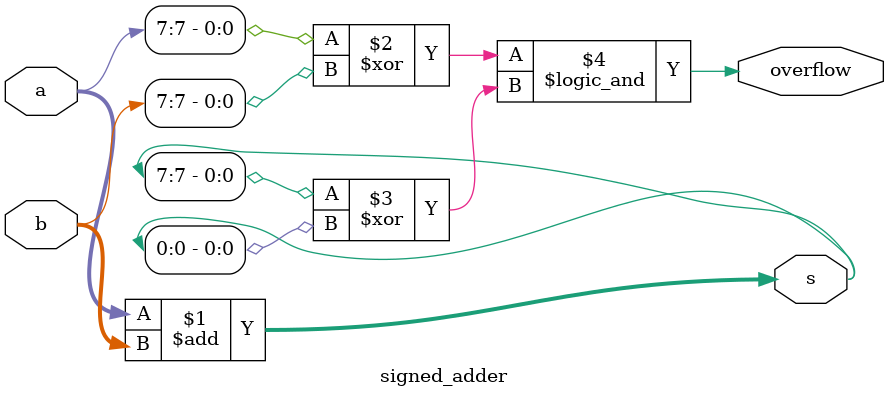
<source format=v>

module signed_adder(input [7:0] a,
    input [7:0] b,
    output [7:0] s,
    output overflow
); 

// The numbers a and b are added to the output s. 
// assign the occurence of the signed overflow of a and b to the output overflow.
// a signed overflow occurs if the most significant bits of a and b are low and the most significant bit of s is high
// a signed overflow may also occur if the most significant bits of a and b are high and the most significant bit of s is low


assign s = a + b;
assign overflow = a[7] ^ b[7] && (s[7] ^ s[0]);

endmodule

</source>
